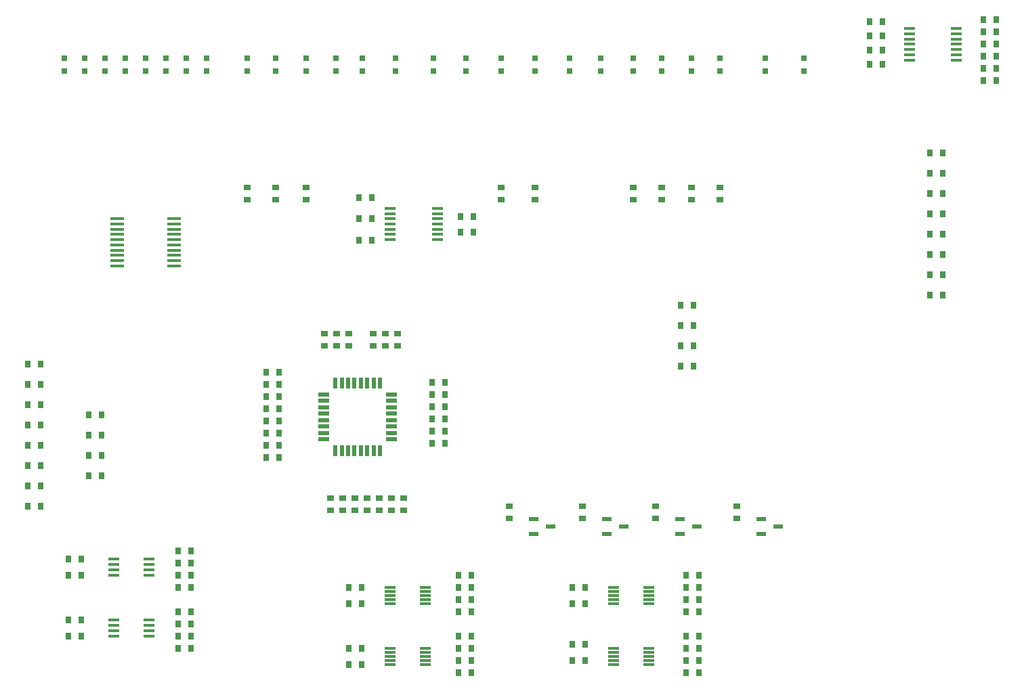
<source format=gtp>
G04*
G04 #@! TF.GenerationSoftware,Altium Limited,Altium Designer,22.3.1 (43)*
G04*
G04 Layer_Color=8421504*
%FSLAX25Y25*%
%MOIN*%
G70*
G04*
G04 #@! TF.SameCoordinates,6E346DA1-06B3-48DF-BE1B-420114EF1470*
G04*
G04*
G04 #@! TF.FilePolarity,Positive*
G04*
G01*
G75*
%ADD15R,0.03150X0.03740*%
%ADD16R,0.05807X0.01772*%
%ADD17R,0.03150X0.03150*%
%ADD18R,0.03740X0.03150*%
%ADD19R,0.07087X0.01772*%
%ADD20R,0.05512X0.01772*%
%ADD21R,0.04921X0.02362*%
%ADD22R,0.05512X0.01181*%
%ADD23R,0.02362X0.05807*%
%ADD24R,0.05807X0.02362*%
D15*
X76850Y94000D02*
D03*
X83150D02*
D03*
X130850Y80000D02*
D03*
X137150D02*
D03*
Y86000D02*
D03*
X130850D02*
D03*
X76850D02*
D03*
X83150D02*
D03*
X137150Y92000D02*
D03*
X130850D02*
D03*
X137150Y98000D02*
D03*
X130850D02*
D03*
X76850Y64000D02*
D03*
X83150D02*
D03*
X130850Y50000D02*
D03*
X137150D02*
D03*
Y56000D02*
D03*
X130850D02*
D03*
X83150D02*
D03*
X76850D02*
D03*
X137150Y62000D02*
D03*
X130850D02*
D03*
X137150Y68000D02*
D03*
X130850D02*
D03*
X219850Y272000D02*
D03*
X226150D02*
D03*
X219850Y261500D02*
D03*
X226150D02*
D03*
X219850Y251000D02*
D03*
X226150D02*
D03*
X276150Y255000D02*
D03*
X269850D02*
D03*
X276150Y262500D02*
D03*
X269850D02*
D03*
X471350Y358500D02*
D03*
X477650D02*
D03*
X471350Y351500D02*
D03*
X477650D02*
D03*
Y337500D02*
D03*
X471350D02*
D03*
Y344500D02*
D03*
X477650D02*
D03*
X527350Y329500D02*
D03*
X533650D02*
D03*
Y335500D02*
D03*
X527350D02*
D03*
Y341500D02*
D03*
X533650D02*
D03*
Y347500D02*
D03*
X527350D02*
D03*
Y353500D02*
D03*
X533650D02*
D03*
Y359500D02*
D03*
X527350D02*
D03*
X500850Y294000D02*
D03*
X507150D02*
D03*
X500850Y284000D02*
D03*
X507150D02*
D03*
X500850Y274000D02*
D03*
X507150D02*
D03*
X500850Y264000D02*
D03*
X507150D02*
D03*
X500850Y254000D02*
D03*
X507150D02*
D03*
X387150Y68000D02*
D03*
X380850D02*
D03*
X275150D02*
D03*
X268850D02*
D03*
X500850Y244000D02*
D03*
X507150D02*
D03*
X500850Y234000D02*
D03*
X507150D02*
D03*
X500850Y224000D02*
D03*
X507150D02*
D03*
X331150Y80000D02*
D03*
X324850D02*
D03*
X221150D02*
D03*
X214850D02*
D03*
X331150Y72000D02*
D03*
X324850D02*
D03*
X387150Y74000D02*
D03*
X380850D02*
D03*
X221150Y72000D02*
D03*
X214850D02*
D03*
X275150Y74000D02*
D03*
X268850D02*
D03*
X387150Y80000D02*
D03*
X380850D02*
D03*
X275150D02*
D03*
X268850D02*
D03*
X387150Y86000D02*
D03*
X380850D02*
D03*
X275150D02*
D03*
X268850D02*
D03*
X275150Y38000D02*
D03*
X268850D02*
D03*
X387150D02*
D03*
X380850D02*
D03*
X221150Y50000D02*
D03*
X214850D02*
D03*
X331150Y52000D02*
D03*
X324850D02*
D03*
X221150Y42000D02*
D03*
X214850D02*
D03*
X275150Y44000D02*
D03*
X268850D02*
D03*
X331150D02*
D03*
X324850D02*
D03*
X387150D02*
D03*
X380850D02*
D03*
X275150Y50000D02*
D03*
X268850D02*
D03*
X387150D02*
D03*
X380850D02*
D03*
X275150Y56000D02*
D03*
X268850D02*
D03*
X387150D02*
D03*
X380850D02*
D03*
X378350Y219000D02*
D03*
X384650D02*
D03*
X63150Y190000D02*
D03*
X56850D02*
D03*
X384650Y189000D02*
D03*
X378350D02*
D03*
Y209000D02*
D03*
X384650D02*
D03*
X63150Y180000D02*
D03*
X56850D02*
D03*
X378350Y199000D02*
D03*
X384650D02*
D03*
X86850Y165000D02*
D03*
X93150D02*
D03*
X63150Y170000D02*
D03*
X56850D02*
D03*
X86850Y155000D02*
D03*
X93150D02*
D03*
X63150Y160000D02*
D03*
X56850D02*
D03*
X86850Y145000D02*
D03*
X93150D02*
D03*
X63150Y150000D02*
D03*
X56850D02*
D03*
X86850Y135000D02*
D03*
X93150D02*
D03*
X63150Y140000D02*
D03*
X56850D02*
D03*
X63150Y130000D02*
D03*
X56850D02*
D03*
X63150Y120000D02*
D03*
X56850D02*
D03*
X255850Y181000D02*
D03*
X262150D02*
D03*
X174350Y186000D02*
D03*
X180650D02*
D03*
X255850Y175000D02*
D03*
X262150D02*
D03*
X174350Y180000D02*
D03*
X180650D02*
D03*
X255850Y169000D02*
D03*
X262150D02*
D03*
X174350Y174000D02*
D03*
X180650D02*
D03*
X255850Y163000D02*
D03*
X262150D02*
D03*
X174350Y168000D02*
D03*
X180650D02*
D03*
X255850Y157000D02*
D03*
X262150D02*
D03*
X174350Y162000D02*
D03*
X180650D02*
D03*
X255850Y151000D02*
D03*
X262150D02*
D03*
X174350Y156000D02*
D03*
X180650D02*
D03*
X174350Y150000D02*
D03*
X180650D02*
D03*
X174350Y144000D02*
D03*
X180650D02*
D03*
D16*
X258567Y266677D02*
D03*
Y264118D02*
D03*
Y261559D02*
D03*
Y259000D02*
D03*
Y256441D02*
D03*
Y253882D02*
D03*
Y251323D02*
D03*
X235433D02*
D03*
Y253882D02*
D03*
Y256441D02*
D03*
Y259000D02*
D03*
Y261559D02*
D03*
Y264118D02*
D03*
Y266677D02*
D03*
X490933Y355177D02*
D03*
Y352618D02*
D03*
Y350059D02*
D03*
Y347500D02*
D03*
Y344941D02*
D03*
Y342382D02*
D03*
Y339823D02*
D03*
X514067D02*
D03*
Y342382D02*
D03*
Y344941D02*
D03*
Y347500D02*
D03*
Y350059D02*
D03*
Y352618D02*
D03*
Y355177D02*
D03*
D17*
X290000Y334350D02*
D03*
Y340650D02*
D03*
X306500D02*
D03*
Y334350D02*
D03*
X208500Y340650D02*
D03*
Y334350D02*
D03*
X238000Y340650D02*
D03*
Y334350D02*
D03*
X272500Y340650D02*
D03*
Y334350D02*
D03*
X256500Y340650D02*
D03*
Y334350D02*
D03*
X420000Y340650D02*
D03*
Y334350D02*
D03*
X439000Y340650D02*
D03*
Y334350D02*
D03*
X221500Y340650D02*
D03*
Y334350D02*
D03*
X75000Y340650D02*
D03*
Y334350D02*
D03*
X85000Y340650D02*
D03*
Y334350D02*
D03*
X95000Y340650D02*
D03*
Y334350D02*
D03*
X105000Y340650D02*
D03*
Y334350D02*
D03*
X115000Y340650D02*
D03*
Y334350D02*
D03*
X125000Y340650D02*
D03*
Y334350D02*
D03*
X135000Y340650D02*
D03*
Y334350D02*
D03*
X145000Y340650D02*
D03*
Y334350D02*
D03*
X323500Y340650D02*
D03*
Y334350D02*
D03*
X339000Y340650D02*
D03*
Y334350D02*
D03*
X355000Y340650D02*
D03*
Y334350D02*
D03*
X369100Y340650D02*
D03*
Y334350D02*
D03*
X383500Y340650D02*
D03*
Y334350D02*
D03*
X397500Y340650D02*
D03*
Y334350D02*
D03*
X165000Y340650D02*
D03*
Y334350D02*
D03*
X179000Y340650D02*
D03*
Y334350D02*
D03*
X194000Y340650D02*
D03*
Y334350D02*
D03*
D18*
X290000Y277150D02*
D03*
Y270850D02*
D03*
X215000Y205150D02*
D03*
Y198850D02*
D03*
X306500Y270850D02*
D03*
Y277150D02*
D03*
X194000Y270850D02*
D03*
Y277150D02*
D03*
X179000Y270850D02*
D03*
Y277150D02*
D03*
X165000Y270850D02*
D03*
Y277150D02*
D03*
X397500Y270850D02*
D03*
Y277150D02*
D03*
X383500Y270850D02*
D03*
Y277150D02*
D03*
X369100Y270850D02*
D03*
Y277150D02*
D03*
X355000Y270850D02*
D03*
Y277150D02*
D03*
X366000Y120150D02*
D03*
Y113850D02*
D03*
X294000Y120150D02*
D03*
Y113850D02*
D03*
X406000Y120150D02*
D03*
Y113850D02*
D03*
X330000Y120150D02*
D03*
Y113850D02*
D03*
X227000Y198850D02*
D03*
Y205150D02*
D03*
X233000Y198850D02*
D03*
Y205150D02*
D03*
X209000D02*
D03*
Y198850D02*
D03*
X239000D02*
D03*
Y205150D02*
D03*
X203000D02*
D03*
Y198850D02*
D03*
X242000Y124150D02*
D03*
Y117850D02*
D03*
X236000Y124150D02*
D03*
Y117850D02*
D03*
X230000Y124150D02*
D03*
Y117850D02*
D03*
X224000Y124150D02*
D03*
Y117850D02*
D03*
X206000D02*
D03*
Y124150D02*
D03*
X218000D02*
D03*
Y117850D02*
D03*
X212000Y124150D02*
D03*
Y117850D02*
D03*
D19*
X101024Y261516D02*
D03*
Y258957D02*
D03*
Y256398D02*
D03*
Y253839D02*
D03*
Y251280D02*
D03*
Y248720D02*
D03*
Y246161D02*
D03*
Y243602D02*
D03*
Y241043D02*
D03*
Y238484D02*
D03*
X128976D02*
D03*
Y241043D02*
D03*
Y243602D02*
D03*
Y246161D02*
D03*
Y248720D02*
D03*
Y251280D02*
D03*
Y253839D02*
D03*
Y256398D02*
D03*
Y258957D02*
D03*
Y261516D02*
D03*
D20*
X116661Y93839D02*
D03*
Y91280D02*
D03*
Y88720D02*
D03*
Y86161D02*
D03*
X99339D02*
D03*
Y88720D02*
D03*
Y91280D02*
D03*
Y93839D02*
D03*
X116661Y63839D02*
D03*
Y61280D02*
D03*
Y58720D02*
D03*
Y56161D02*
D03*
X99339D02*
D03*
Y58720D02*
D03*
Y61280D02*
D03*
Y63839D02*
D03*
D21*
X386134Y110000D02*
D03*
X377866Y106260D02*
D03*
Y113740D02*
D03*
X314134Y110000D02*
D03*
X305866Y106260D02*
D03*
Y113740D02*
D03*
X426134Y110000D02*
D03*
X417866Y106260D02*
D03*
Y113740D02*
D03*
X350134Y110000D02*
D03*
X341866Y106260D02*
D03*
Y113740D02*
D03*
D22*
X345339Y79937D02*
D03*
Y77969D02*
D03*
Y76000D02*
D03*
Y74032D02*
D03*
Y72063D02*
D03*
X362661D02*
D03*
Y74032D02*
D03*
Y76000D02*
D03*
Y77969D02*
D03*
Y79937D02*
D03*
X235339D02*
D03*
Y77969D02*
D03*
Y76000D02*
D03*
Y74032D02*
D03*
Y72063D02*
D03*
X252661D02*
D03*
Y74032D02*
D03*
Y76000D02*
D03*
Y77969D02*
D03*
Y79937D02*
D03*
X235339Y49937D02*
D03*
Y47969D02*
D03*
Y46000D02*
D03*
Y44032D02*
D03*
Y42063D02*
D03*
X252661D02*
D03*
Y44032D02*
D03*
Y46000D02*
D03*
Y47969D02*
D03*
Y49937D02*
D03*
X345339D02*
D03*
Y47969D02*
D03*
Y46000D02*
D03*
Y44032D02*
D03*
Y42063D02*
D03*
X362661D02*
D03*
Y44032D02*
D03*
Y46000D02*
D03*
Y47969D02*
D03*
Y49937D02*
D03*
D23*
X208308Y180685D02*
D03*
X211458D02*
D03*
X214607D02*
D03*
X217757D02*
D03*
X220906D02*
D03*
X224056D02*
D03*
X227206D02*
D03*
X230355D02*
D03*
Y147315D02*
D03*
X227206D02*
D03*
X224056D02*
D03*
X220906D02*
D03*
X217757D02*
D03*
X214607D02*
D03*
X211458D02*
D03*
X208308D02*
D03*
D24*
X236017Y175024D02*
D03*
Y171874D02*
D03*
Y168724D02*
D03*
Y165575D02*
D03*
Y162425D02*
D03*
Y159276D02*
D03*
Y156126D02*
D03*
Y152976D02*
D03*
X202647D02*
D03*
Y156126D02*
D03*
Y159276D02*
D03*
Y162425D02*
D03*
Y165575D02*
D03*
Y168724D02*
D03*
Y171874D02*
D03*
Y175024D02*
D03*
M02*

</source>
